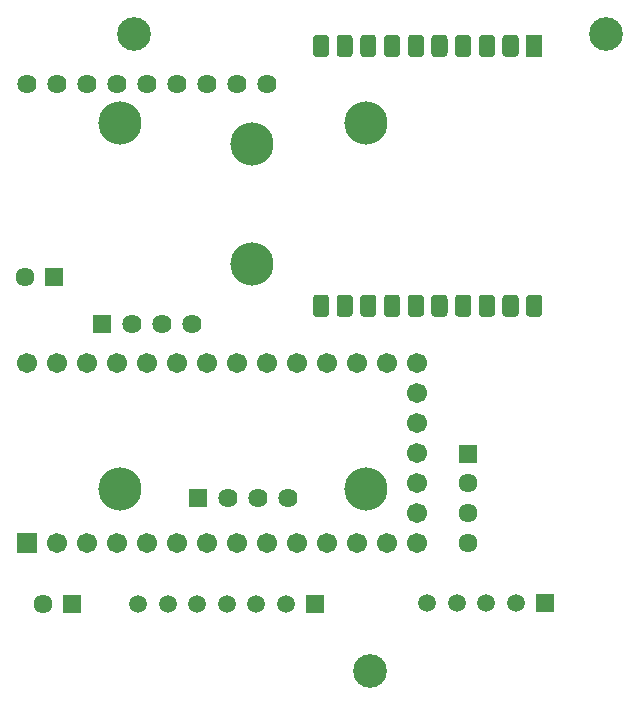
<source format=gbs>
G04 #@! TF.GenerationSoftware,KiCad,Pcbnew,(5.1.2)-2*
G04 #@! TF.CreationDate,2019-09-19T18:24:46+10:00*
G04 #@! TF.ProjectId,Smart_eNERF_Gun,536d6172-745f-4654-9e45-52465f47756e,4.5*
G04 #@! TF.SameCoordinates,Original*
G04 #@! TF.FileFunction,Soldermask,Bot*
G04 #@! TF.FilePolarity,Negative*
%FSLAX46Y46*%
G04 Gerber Fmt 4.6, Leading zero omitted, Abs format (unit mm)*
G04 Created by KiCad (PCBNEW (5.1.2)-2) date 2019-09-19 18:24:46*
%MOMM*%
%LPD*%
G04 APERTURE LIST*
%ADD10C,3.657600*%
%ADD11C,1.625600*%
%ADD12R,1.625600X1.625600*%
%ADD13C,1.609600*%
%ADD14R,1.609600X1.609600*%
%ADD15C,1.701600*%
%ADD16R,1.701600X1.701600*%
%ADD17C,1.509600*%
%ADD18R,1.509600X1.509600*%
%ADD19R,1.371600X1.879600*%
%ADD20C,0.100000*%
%ADD21C,1.371600*%
%ADD22C,2.855600*%
G04 APERTURE END LIST*
D10*
X81664000Y-75592000D03*
X60836000Y-75592000D03*
X81664000Y-106580000D03*
X60836000Y-106580000D03*
D11*
X75060000Y-107342000D03*
X72520000Y-107342000D03*
X69980000Y-107342000D03*
D12*
X67440000Y-107342000D03*
D13*
X52750000Y-88646000D03*
D14*
X55250000Y-88646000D03*
D15*
X85982000Y-103532000D03*
X85982000Y-100992000D03*
X85982000Y-98452000D03*
X85982000Y-95912000D03*
X85982000Y-106072000D03*
X85982000Y-108612000D03*
X85982000Y-111152000D03*
X83442000Y-95912000D03*
X80902000Y-95912000D03*
X78362000Y-95912000D03*
X75822000Y-95912000D03*
X73282000Y-95912000D03*
X70742000Y-95912000D03*
X68202000Y-95912000D03*
X65662000Y-95912000D03*
X63122000Y-95912000D03*
X60582000Y-95912000D03*
X58042000Y-95912000D03*
X55502000Y-95912000D03*
X52962000Y-95912000D03*
X83442000Y-111152000D03*
X80902000Y-111152000D03*
X78362000Y-111152000D03*
X75822000Y-111152000D03*
X73282000Y-111152000D03*
X70742000Y-111152000D03*
X68202000Y-111152000D03*
X65662000Y-111152000D03*
X63122000Y-111152000D03*
X60582000Y-111152000D03*
X58042000Y-111152000D03*
X55502000Y-111152000D03*
D16*
X52962000Y-111152000D03*
D17*
X62350000Y-116328000D03*
X64850000Y-116328000D03*
X67350000Y-116328000D03*
X69850000Y-116328000D03*
X72350000Y-116328000D03*
X74850000Y-116328000D03*
D18*
X77350000Y-116328000D03*
D19*
X95888000Y-69038800D03*
D20*
G36*
X94257910Y-68100651D02*
G01*
X94291196Y-68105589D01*
X94323839Y-68113765D01*
X94355522Y-68125102D01*
X94385942Y-68139489D01*
X94414805Y-68156789D01*
X94441833Y-68176835D01*
X94466767Y-68199433D01*
X94489365Y-68224367D01*
X94509411Y-68251395D01*
X94526711Y-68280258D01*
X94541098Y-68310678D01*
X94552435Y-68342361D01*
X94560611Y-68375004D01*
X94565549Y-68408290D01*
X94567200Y-68441900D01*
X94567200Y-69635700D01*
X94565549Y-69669310D01*
X94560611Y-69702596D01*
X94552435Y-69735239D01*
X94541098Y-69766922D01*
X94526711Y-69797342D01*
X94509411Y-69826205D01*
X94489365Y-69853233D01*
X94466767Y-69878167D01*
X94441833Y-69900765D01*
X94414805Y-69920811D01*
X94385942Y-69938111D01*
X94355522Y-69952498D01*
X94323839Y-69963835D01*
X94291196Y-69972011D01*
X94257910Y-69976949D01*
X94224300Y-69978600D01*
X93538500Y-69978600D01*
X93504890Y-69976949D01*
X93471604Y-69972011D01*
X93438961Y-69963835D01*
X93407278Y-69952498D01*
X93376858Y-69938111D01*
X93347995Y-69920811D01*
X93320967Y-69900765D01*
X93296033Y-69878167D01*
X93273435Y-69853233D01*
X93253389Y-69826205D01*
X93236089Y-69797342D01*
X93221702Y-69766922D01*
X93210365Y-69735239D01*
X93202189Y-69702596D01*
X93197251Y-69669310D01*
X93195600Y-69635700D01*
X93195600Y-68441900D01*
X93197251Y-68408290D01*
X93202189Y-68375004D01*
X93210365Y-68342361D01*
X93221702Y-68310678D01*
X93236089Y-68280258D01*
X93253389Y-68251395D01*
X93273435Y-68224367D01*
X93296033Y-68199433D01*
X93320967Y-68176835D01*
X93347995Y-68156789D01*
X93376858Y-68139489D01*
X93407278Y-68125102D01*
X93438961Y-68113765D01*
X93471604Y-68105589D01*
X93504890Y-68100651D01*
X93538500Y-68099000D01*
X94224300Y-68099000D01*
X94257910Y-68100651D01*
X94257910Y-68100651D01*
G37*
D21*
X93881400Y-69038800D03*
D20*
G36*
X92251310Y-68100651D02*
G01*
X92284596Y-68105589D01*
X92317239Y-68113765D01*
X92348922Y-68125102D01*
X92379342Y-68139489D01*
X92408205Y-68156789D01*
X92435233Y-68176835D01*
X92460167Y-68199433D01*
X92482765Y-68224367D01*
X92502811Y-68251395D01*
X92520111Y-68280258D01*
X92534498Y-68310678D01*
X92545835Y-68342361D01*
X92554011Y-68375004D01*
X92558949Y-68408290D01*
X92560600Y-68441900D01*
X92560600Y-69635700D01*
X92558949Y-69669310D01*
X92554011Y-69702596D01*
X92545835Y-69735239D01*
X92534498Y-69766922D01*
X92520111Y-69797342D01*
X92502811Y-69826205D01*
X92482765Y-69853233D01*
X92460167Y-69878167D01*
X92435233Y-69900765D01*
X92408205Y-69920811D01*
X92379342Y-69938111D01*
X92348922Y-69952498D01*
X92317239Y-69963835D01*
X92284596Y-69972011D01*
X92251310Y-69976949D01*
X92217700Y-69978600D01*
X91531900Y-69978600D01*
X91498290Y-69976949D01*
X91465004Y-69972011D01*
X91432361Y-69963835D01*
X91400678Y-69952498D01*
X91370258Y-69938111D01*
X91341395Y-69920811D01*
X91314367Y-69900765D01*
X91289433Y-69878167D01*
X91266835Y-69853233D01*
X91246789Y-69826205D01*
X91229489Y-69797342D01*
X91215102Y-69766922D01*
X91203765Y-69735239D01*
X91195589Y-69702596D01*
X91190651Y-69669310D01*
X91189000Y-69635700D01*
X91189000Y-68441900D01*
X91190651Y-68408290D01*
X91195589Y-68375004D01*
X91203765Y-68342361D01*
X91215102Y-68310678D01*
X91229489Y-68280258D01*
X91246789Y-68251395D01*
X91266835Y-68224367D01*
X91289433Y-68199433D01*
X91314367Y-68176835D01*
X91341395Y-68156789D01*
X91370258Y-68139489D01*
X91400678Y-68125102D01*
X91432361Y-68113765D01*
X91465004Y-68105589D01*
X91498290Y-68100651D01*
X91531900Y-68099000D01*
X92217700Y-68099000D01*
X92251310Y-68100651D01*
X92251310Y-68100651D01*
G37*
D21*
X91874800Y-69038800D03*
D20*
G36*
X90244710Y-68100651D02*
G01*
X90277996Y-68105589D01*
X90310639Y-68113765D01*
X90342322Y-68125102D01*
X90372742Y-68139489D01*
X90401605Y-68156789D01*
X90428633Y-68176835D01*
X90453567Y-68199433D01*
X90476165Y-68224367D01*
X90496211Y-68251395D01*
X90513511Y-68280258D01*
X90527898Y-68310678D01*
X90539235Y-68342361D01*
X90547411Y-68375004D01*
X90552349Y-68408290D01*
X90554000Y-68441900D01*
X90554000Y-69635700D01*
X90552349Y-69669310D01*
X90547411Y-69702596D01*
X90539235Y-69735239D01*
X90527898Y-69766922D01*
X90513511Y-69797342D01*
X90496211Y-69826205D01*
X90476165Y-69853233D01*
X90453567Y-69878167D01*
X90428633Y-69900765D01*
X90401605Y-69920811D01*
X90372742Y-69938111D01*
X90342322Y-69952498D01*
X90310639Y-69963835D01*
X90277996Y-69972011D01*
X90244710Y-69976949D01*
X90211100Y-69978600D01*
X89525300Y-69978600D01*
X89491690Y-69976949D01*
X89458404Y-69972011D01*
X89425761Y-69963835D01*
X89394078Y-69952498D01*
X89363658Y-69938111D01*
X89334795Y-69920811D01*
X89307767Y-69900765D01*
X89282833Y-69878167D01*
X89260235Y-69853233D01*
X89240189Y-69826205D01*
X89222889Y-69797342D01*
X89208502Y-69766922D01*
X89197165Y-69735239D01*
X89188989Y-69702596D01*
X89184051Y-69669310D01*
X89182400Y-69635700D01*
X89182400Y-68441900D01*
X89184051Y-68408290D01*
X89188989Y-68375004D01*
X89197165Y-68342361D01*
X89208502Y-68310678D01*
X89222889Y-68280258D01*
X89240189Y-68251395D01*
X89260235Y-68224367D01*
X89282833Y-68199433D01*
X89307767Y-68176835D01*
X89334795Y-68156789D01*
X89363658Y-68139489D01*
X89394078Y-68125102D01*
X89425761Y-68113765D01*
X89458404Y-68105589D01*
X89491690Y-68100651D01*
X89525300Y-68099000D01*
X90211100Y-68099000D01*
X90244710Y-68100651D01*
X90244710Y-68100651D01*
G37*
D21*
X89868200Y-69038800D03*
D20*
G36*
X88238110Y-68100651D02*
G01*
X88271396Y-68105589D01*
X88304039Y-68113765D01*
X88335722Y-68125102D01*
X88366142Y-68139489D01*
X88395005Y-68156789D01*
X88422033Y-68176835D01*
X88446967Y-68199433D01*
X88469565Y-68224367D01*
X88489611Y-68251395D01*
X88506911Y-68280258D01*
X88521298Y-68310678D01*
X88532635Y-68342361D01*
X88540811Y-68375004D01*
X88545749Y-68408290D01*
X88547400Y-68441900D01*
X88547400Y-69635700D01*
X88545749Y-69669310D01*
X88540811Y-69702596D01*
X88532635Y-69735239D01*
X88521298Y-69766922D01*
X88506911Y-69797342D01*
X88489611Y-69826205D01*
X88469565Y-69853233D01*
X88446967Y-69878167D01*
X88422033Y-69900765D01*
X88395005Y-69920811D01*
X88366142Y-69938111D01*
X88335722Y-69952498D01*
X88304039Y-69963835D01*
X88271396Y-69972011D01*
X88238110Y-69976949D01*
X88204500Y-69978600D01*
X87518700Y-69978600D01*
X87485090Y-69976949D01*
X87451804Y-69972011D01*
X87419161Y-69963835D01*
X87387478Y-69952498D01*
X87357058Y-69938111D01*
X87328195Y-69920811D01*
X87301167Y-69900765D01*
X87276233Y-69878167D01*
X87253635Y-69853233D01*
X87233589Y-69826205D01*
X87216289Y-69797342D01*
X87201902Y-69766922D01*
X87190565Y-69735239D01*
X87182389Y-69702596D01*
X87177451Y-69669310D01*
X87175800Y-69635700D01*
X87175800Y-68441900D01*
X87177451Y-68408290D01*
X87182389Y-68375004D01*
X87190565Y-68342361D01*
X87201902Y-68310678D01*
X87216289Y-68280258D01*
X87233589Y-68251395D01*
X87253635Y-68224367D01*
X87276233Y-68199433D01*
X87301167Y-68176835D01*
X87328195Y-68156789D01*
X87357058Y-68139489D01*
X87387478Y-68125102D01*
X87419161Y-68113765D01*
X87451804Y-68105589D01*
X87485090Y-68100651D01*
X87518700Y-68099000D01*
X88204500Y-68099000D01*
X88238110Y-68100651D01*
X88238110Y-68100651D01*
G37*
D21*
X87861600Y-69038800D03*
D20*
G36*
X86231510Y-68100651D02*
G01*
X86264796Y-68105589D01*
X86297439Y-68113765D01*
X86329122Y-68125102D01*
X86359542Y-68139489D01*
X86388405Y-68156789D01*
X86415433Y-68176835D01*
X86440367Y-68199433D01*
X86462965Y-68224367D01*
X86483011Y-68251395D01*
X86500311Y-68280258D01*
X86514698Y-68310678D01*
X86526035Y-68342361D01*
X86534211Y-68375004D01*
X86539149Y-68408290D01*
X86540800Y-68441900D01*
X86540800Y-69635700D01*
X86539149Y-69669310D01*
X86534211Y-69702596D01*
X86526035Y-69735239D01*
X86514698Y-69766922D01*
X86500311Y-69797342D01*
X86483011Y-69826205D01*
X86462965Y-69853233D01*
X86440367Y-69878167D01*
X86415433Y-69900765D01*
X86388405Y-69920811D01*
X86359542Y-69938111D01*
X86329122Y-69952498D01*
X86297439Y-69963835D01*
X86264796Y-69972011D01*
X86231510Y-69976949D01*
X86197900Y-69978600D01*
X85512100Y-69978600D01*
X85478490Y-69976949D01*
X85445204Y-69972011D01*
X85412561Y-69963835D01*
X85380878Y-69952498D01*
X85350458Y-69938111D01*
X85321595Y-69920811D01*
X85294567Y-69900765D01*
X85269633Y-69878167D01*
X85247035Y-69853233D01*
X85226989Y-69826205D01*
X85209689Y-69797342D01*
X85195302Y-69766922D01*
X85183965Y-69735239D01*
X85175789Y-69702596D01*
X85170851Y-69669310D01*
X85169200Y-69635700D01*
X85169200Y-68441900D01*
X85170851Y-68408290D01*
X85175789Y-68375004D01*
X85183965Y-68342361D01*
X85195302Y-68310678D01*
X85209689Y-68280258D01*
X85226989Y-68251395D01*
X85247035Y-68224367D01*
X85269633Y-68199433D01*
X85294567Y-68176835D01*
X85321595Y-68156789D01*
X85350458Y-68139489D01*
X85380878Y-68125102D01*
X85412561Y-68113765D01*
X85445204Y-68105589D01*
X85478490Y-68100651D01*
X85512100Y-68099000D01*
X86197900Y-68099000D01*
X86231510Y-68100651D01*
X86231510Y-68100651D01*
G37*
D21*
X85855000Y-69038800D03*
D20*
G36*
X84224910Y-68100651D02*
G01*
X84258196Y-68105589D01*
X84290839Y-68113765D01*
X84322522Y-68125102D01*
X84352942Y-68139489D01*
X84381805Y-68156789D01*
X84408833Y-68176835D01*
X84433767Y-68199433D01*
X84456365Y-68224367D01*
X84476411Y-68251395D01*
X84493711Y-68280258D01*
X84508098Y-68310678D01*
X84519435Y-68342361D01*
X84527611Y-68375004D01*
X84532549Y-68408290D01*
X84534200Y-68441900D01*
X84534200Y-69635700D01*
X84532549Y-69669310D01*
X84527611Y-69702596D01*
X84519435Y-69735239D01*
X84508098Y-69766922D01*
X84493711Y-69797342D01*
X84476411Y-69826205D01*
X84456365Y-69853233D01*
X84433767Y-69878167D01*
X84408833Y-69900765D01*
X84381805Y-69920811D01*
X84352942Y-69938111D01*
X84322522Y-69952498D01*
X84290839Y-69963835D01*
X84258196Y-69972011D01*
X84224910Y-69976949D01*
X84191300Y-69978600D01*
X83505500Y-69978600D01*
X83471890Y-69976949D01*
X83438604Y-69972011D01*
X83405961Y-69963835D01*
X83374278Y-69952498D01*
X83343858Y-69938111D01*
X83314995Y-69920811D01*
X83287967Y-69900765D01*
X83263033Y-69878167D01*
X83240435Y-69853233D01*
X83220389Y-69826205D01*
X83203089Y-69797342D01*
X83188702Y-69766922D01*
X83177365Y-69735239D01*
X83169189Y-69702596D01*
X83164251Y-69669310D01*
X83162600Y-69635700D01*
X83162600Y-68441900D01*
X83164251Y-68408290D01*
X83169189Y-68375004D01*
X83177365Y-68342361D01*
X83188702Y-68310678D01*
X83203089Y-68280258D01*
X83220389Y-68251395D01*
X83240435Y-68224367D01*
X83263033Y-68199433D01*
X83287967Y-68176835D01*
X83314995Y-68156789D01*
X83343858Y-68139489D01*
X83374278Y-68125102D01*
X83405961Y-68113765D01*
X83438604Y-68105589D01*
X83471890Y-68100651D01*
X83505500Y-68099000D01*
X84191300Y-68099000D01*
X84224910Y-68100651D01*
X84224910Y-68100651D01*
G37*
D21*
X83848400Y-69038800D03*
D20*
G36*
X82218310Y-68100651D02*
G01*
X82251596Y-68105589D01*
X82284239Y-68113765D01*
X82315922Y-68125102D01*
X82346342Y-68139489D01*
X82375205Y-68156789D01*
X82402233Y-68176835D01*
X82427167Y-68199433D01*
X82449765Y-68224367D01*
X82469811Y-68251395D01*
X82487111Y-68280258D01*
X82501498Y-68310678D01*
X82512835Y-68342361D01*
X82521011Y-68375004D01*
X82525949Y-68408290D01*
X82527600Y-68441900D01*
X82527600Y-69635700D01*
X82525949Y-69669310D01*
X82521011Y-69702596D01*
X82512835Y-69735239D01*
X82501498Y-69766922D01*
X82487111Y-69797342D01*
X82469811Y-69826205D01*
X82449765Y-69853233D01*
X82427167Y-69878167D01*
X82402233Y-69900765D01*
X82375205Y-69920811D01*
X82346342Y-69938111D01*
X82315922Y-69952498D01*
X82284239Y-69963835D01*
X82251596Y-69972011D01*
X82218310Y-69976949D01*
X82184700Y-69978600D01*
X81498900Y-69978600D01*
X81465290Y-69976949D01*
X81432004Y-69972011D01*
X81399361Y-69963835D01*
X81367678Y-69952498D01*
X81337258Y-69938111D01*
X81308395Y-69920811D01*
X81281367Y-69900765D01*
X81256433Y-69878167D01*
X81233835Y-69853233D01*
X81213789Y-69826205D01*
X81196489Y-69797342D01*
X81182102Y-69766922D01*
X81170765Y-69735239D01*
X81162589Y-69702596D01*
X81157651Y-69669310D01*
X81156000Y-69635700D01*
X81156000Y-68441900D01*
X81157651Y-68408290D01*
X81162589Y-68375004D01*
X81170765Y-68342361D01*
X81182102Y-68310678D01*
X81196489Y-68280258D01*
X81213789Y-68251395D01*
X81233835Y-68224367D01*
X81256433Y-68199433D01*
X81281367Y-68176835D01*
X81308395Y-68156789D01*
X81337258Y-68139489D01*
X81367678Y-68125102D01*
X81399361Y-68113765D01*
X81432004Y-68105589D01*
X81465290Y-68100651D01*
X81498900Y-68099000D01*
X82184700Y-68099000D01*
X82218310Y-68100651D01*
X82218310Y-68100651D01*
G37*
D21*
X81841800Y-69038800D03*
D20*
G36*
X80211710Y-68100651D02*
G01*
X80244996Y-68105589D01*
X80277639Y-68113765D01*
X80309322Y-68125102D01*
X80339742Y-68139489D01*
X80368605Y-68156789D01*
X80395633Y-68176835D01*
X80420567Y-68199433D01*
X80443165Y-68224367D01*
X80463211Y-68251395D01*
X80480511Y-68280258D01*
X80494898Y-68310678D01*
X80506235Y-68342361D01*
X80514411Y-68375004D01*
X80519349Y-68408290D01*
X80521000Y-68441900D01*
X80521000Y-69635700D01*
X80519349Y-69669310D01*
X80514411Y-69702596D01*
X80506235Y-69735239D01*
X80494898Y-69766922D01*
X80480511Y-69797342D01*
X80463211Y-69826205D01*
X80443165Y-69853233D01*
X80420567Y-69878167D01*
X80395633Y-69900765D01*
X80368605Y-69920811D01*
X80339742Y-69938111D01*
X80309322Y-69952498D01*
X80277639Y-69963835D01*
X80244996Y-69972011D01*
X80211710Y-69976949D01*
X80178100Y-69978600D01*
X79492300Y-69978600D01*
X79458690Y-69976949D01*
X79425404Y-69972011D01*
X79392761Y-69963835D01*
X79361078Y-69952498D01*
X79330658Y-69938111D01*
X79301795Y-69920811D01*
X79274767Y-69900765D01*
X79249833Y-69878167D01*
X79227235Y-69853233D01*
X79207189Y-69826205D01*
X79189889Y-69797342D01*
X79175502Y-69766922D01*
X79164165Y-69735239D01*
X79155989Y-69702596D01*
X79151051Y-69669310D01*
X79149400Y-69635700D01*
X79149400Y-68441900D01*
X79151051Y-68408290D01*
X79155989Y-68375004D01*
X79164165Y-68342361D01*
X79175502Y-68310678D01*
X79189889Y-68280258D01*
X79207189Y-68251395D01*
X79227235Y-68224367D01*
X79249833Y-68199433D01*
X79274767Y-68176835D01*
X79301795Y-68156789D01*
X79330658Y-68139489D01*
X79361078Y-68125102D01*
X79392761Y-68113765D01*
X79425404Y-68105589D01*
X79458690Y-68100651D01*
X79492300Y-68099000D01*
X80178100Y-68099000D01*
X80211710Y-68100651D01*
X80211710Y-68100651D01*
G37*
D21*
X79835200Y-69038800D03*
D20*
G36*
X78205110Y-68100651D02*
G01*
X78238396Y-68105589D01*
X78271039Y-68113765D01*
X78302722Y-68125102D01*
X78333142Y-68139489D01*
X78362005Y-68156789D01*
X78389033Y-68176835D01*
X78413967Y-68199433D01*
X78436565Y-68224367D01*
X78456611Y-68251395D01*
X78473911Y-68280258D01*
X78488298Y-68310678D01*
X78499635Y-68342361D01*
X78507811Y-68375004D01*
X78512749Y-68408290D01*
X78514400Y-68441900D01*
X78514400Y-69635700D01*
X78512749Y-69669310D01*
X78507811Y-69702596D01*
X78499635Y-69735239D01*
X78488298Y-69766922D01*
X78473911Y-69797342D01*
X78456611Y-69826205D01*
X78436565Y-69853233D01*
X78413967Y-69878167D01*
X78389033Y-69900765D01*
X78362005Y-69920811D01*
X78333142Y-69938111D01*
X78302722Y-69952498D01*
X78271039Y-69963835D01*
X78238396Y-69972011D01*
X78205110Y-69976949D01*
X78171500Y-69978600D01*
X77485700Y-69978600D01*
X77452090Y-69976949D01*
X77418804Y-69972011D01*
X77386161Y-69963835D01*
X77354478Y-69952498D01*
X77324058Y-69938111D01*
X77295195Y-69920811D01*
X77268167Y-69900765D01*
X77243233Y-69878167D01*
X77220635Y-69853233D01*
X77200589Y-69826205D01*
X77183289Y-69797342D01*
X77168902Y-69766922D01*
X77157565Y-69735239D01*
X77149389Y-69702596D01*
X77144451Y-69669310D01*
X77142800Y-69635700D01*
X77142800Y-68441900D01*
X77144451Y-68408290D01*
X77149389Y-68375004D01*
X77157565Y-68342361D01*
X77168902Y-68310678D01*
X77183289Y-68280258D01*
X77200589Y-68251395D01*
X77220635Y-68224367D01*
X77243233Y-68199433D01*
X77268167Y-68176835D01*
X77295195Y-68156789D01*
X77324058Y-68139489D01*
X77354478Y-68125102D01*
X77386161Y-68113765D01*
X77418804Y-68105589D01*
X77452090Y-68100651D01*
X77485700Y-68099000D01*
X78171500Y-68099000D01*
X78205110Y-68100651D01*
X78205110Y-68100651D01*
G37*
D21*
X77828600Y-69038800D03*
D20*
G36*
X78205110Y-90097051D02*
G01*
X78238396Y-90101989D01*
X78271039Y-90110165D01*
X78302722Y-90121502D01*
X78333142Y-90135889D01*
X78362005Y-90153189D01*
X78389033Y-90173235D01*
X78413967Y-90195833D01*
X78436565Y-90220767D01*
X78456611Y-90247795D01*
X78473911Y-90276658D01*
X78488298Y-90307078D01*
X78499635Y-90338761D01*
X78507811Y-90371404D01*
X78512749Y-90404690D01*
X78514400Y-90438300D01*
X78514400Y-91632100D01*
X78512749Y-91665710D01*
X78507811Y-91698996D01*
X78499635Y-91731639D01*
X78488298Y-91763322D01*
X78473911Y-91793742D01*
X78456611Y-91822605D01*
X78436565Y-91849633D01*
X78413967Y-91874567D01*
X78389033Y-91897165D01*
X78362005Y-91917211D01*
X78333142Y-91934511D01*
X78302722Y-91948898D01*
X78271039Y-91960235D01*
X78238396Y-91968411D01*
X78205110Y-91973349D01*
X78171500Y-91975000D01*
X77485700Y-91975000D01*
X77452090Y-91973349D01*
X77418804Y-91968411D01*
X77386161Y-91960235D01*
X77354478Y-91948898D01*
X77324058Y-91934511D01*
X77295195Y-91917211D01*
X77268167Y-91897165D01*
X77243233Y-91874567D01*
X77220635Y-91849633D01*
X77200589Y-91822605D01*
X77183289Y-91793742D01*
X77168902Y-91763322D01*
X77157565Y-91731639D01*
X77149389Y-91698996D01*
X77144451Y-91665710D01*
X77142800Y-91632100D01*
X77142800Y-90438300D01*
X77144451Y-90404690D01*
X77149389Y-90371404D01*
X77157565Y-90338761D01*
X77168902Y-90307078D01*
X77183289Y-90276658D01*
X77200589Y-90247795D01*
X77220635Y-90220767D01*
X77243233Y-90195833D01*
X77268167Y-90173235D01*
X77295195Y-90153189D01*
X77324058Y-90135889D01*
X77354478Y-90121502D01*
X77386161Y-90110165D01*
X77418804Y-90101989D01*
X77452090Y-90097051D01*
X77485700Y-90095400D01*
X78171500Y-90095400D01*
X78205110Y-90097051D01*
X78205110Y-90097051D01*
G37*
D21*
X77828600Y-91035200D03*
D20*
G36*
X80211710Y-90097051D02*
G01*
X80244996Y-90101989D01*
X80277639Y-90110165D01*
X80309322Y-90121502D01*
X80339742Y-90135889D01*
X80368605Y-90153189D01*
X80395633Y-90173235D01*
X80420567Y-90195833D01*
X80443165Y-90220767D01*
X80463211Y-90247795D01*
X80480511Y-90276658D01*
X80494898Y-90307078D01*
X80506235Y-90338761D01*
X80514411Y-90371404D01*
X80519349Y-90404690D01*
X80521000Y-90438300D01*
X80521000Y-91632100D01*
X80519349Y-91665710D01*
X80514411Y-91698996D01*
X80506235Y-91731639D01*
X80494898Y-91763322D01*
X80480511Y-91793742D01*
X80463211Y-91822605D01*
X80443165Y-91849633D01*
X80420567Y-91874567D01*
X80395633Y-91897165D01*
X80368605Y-91917211D01*
X80339742Y-91934511D01*
X80309322Y-91948898D01*
X80277639Y-91960235D01*
X80244996Y-91968411D01*
X80211710Y-91973349D01*
X80178100Y-91975000D01*
X79492300Y-91975000D01*
X79458690Y-91973349D01*
X79425404Y-91968411D01*
X79392761Y-91960235D01*
X79361078Y-91948898D01*
X79330658Y-91934511D01*
X79301795Y-91917211D01*
X79274767Y-91897165D01*
X79249833Y-91874567D01*
X79227235Y-91849633D01*
X79207189Y-91822605D01*
X79189889Y-91793742D01*
X79175502Y-91763322D01*
X79164165Y-91731639D01*
X79155989Y-91698996D01*
X79151051Y-91665710D01*
X79149400Y-91632100D01*
X79149400Y-90438300D01*
X79151051Y-90404690D01*
X79155989Y-90371404D01*
X79164165Y-90338761D01*
X79175502Y-90307078D01*
X79189889Y-90276658D01*
X79207189Y-90247795D01*
X79227235Y-90220767D01*
X79249833Y-90195833D01*
X79274767Y-90173235D01*
X79301795Y-90153189D01*
X79330658Y-90135889D01*
X79361078Y-90121502D01*
X79392761Y-90110165D01*
X79425404Y-90101989D01*
X79458690Y-90097051D01*
X79492300Y-90095400D01*
X80178100Y-90095400D01*
X80211710Y-90097051D01*
X80211710Y-90097051D01*
G37*
D21*
X79835200Y-91035200D03*
D20*
G36*
X82218310Y-90097051D02*
G01*
X82251596Y-90101989D01*
X82284239Y-90110165D01*
X82315922Y-90121502D01*
X82346342Y-90135889D01*
X82375205Y-90153189D01*
X82402233Y-90173235D01*
X82427167Y-90195833D01*
X82449765Y-90220767D01*
X82469811Y-90247795D01*
X82487111Y-90276658D01*
X82501498Y-90307078D01*
X82512835Y-90338761D01*
X82521011Y-90371404D01*
X82525949Y-90404690D01*
X82527600Y-90438300D01*
X82527600Y-91632100D01*
X82525949Y-91665710D01*
X82521011Y-91698996D01*
X82512835Y-91731639D01*
X82501498Y-91763322D01*
X82487111Y-91793742D01*
X82469811Y-91822605D01*
X82449765Y-91849633D01*
X82427167Y-91874567D01*
X82402233Y-91897165D01*
X82375205Y-91917211D01*
X82346342Y-91934511D01*
X82315922Y-91948898D01*
X82284239Y-91960235D01*
X82251596Y-91968411D01*
X82218310Y-91973349D01*
X82184700Y-91975000D01*
X81498900Y-91975000D01*
X81465290Y-91973349D01*
X81432004Y-91968411D01*
X81399361Y-91960235D01*
X81367678Y-91948898D01*
X81337258Y-91934511D01*
X81308395Y-91917211D01*
X81281367Y-91897165D01*
X81256433Y-91874567D01*
X81233835Y-91849633D01*
X81213789Y-91822605D01*
X81196489Y-91793742D01*
X81182102Y-91763322D01*
X81170765Y-91731639D01*
X81162589Y-91698996D01*
X81157651Y-91665710D01*
X81156000Y-91632100D01*
X81156000Y-90438300D01*
X81157651Y-90404690D01*
X81162589Y-90371404D01*
X81170765Y-90338761D01*
X81182102Y-90307078D01*
X81196489Y-90276658D01*
X81213789Y-90247795D01*
X81233835Y-90220767D01*
X81256433Y-90195833D01*
X81281367Y-90173235D01*
X81308395Y-90153189D01*
X81337258Y-90135889D01*
X81367678Y-90121502D01*
X81399361Y-90110165D01*
X81432004Y-90101989D01*
X81465290Y-90097051D01*
X81498900Y-90095400D01*
X82184700Y-90095400D01*
X82218310Y-90097051D01*
X82218310Y-90097051D01*
G37*
D21*
X81841800Y-91035200D03*
D20*
G36*
X84224910Y-90097051D02*
G01*
X84258196Y-90101989D01*
X84290839Y-90110165D01*
X84322522Y-90121502D01*
X84352942Y-90135889D01*
X84381805Y-90153189D01*
X84408833Y-90173235D01*
X84433767Y-90195833D01*
X84456365Y-90220767D01*
X84476411Y-90247795D01*
X84493711Y-90276658D01*
X84508098Y-90307078D01*
X84519435Y-90338761D01*
X84527611Y-90371404D01*
X84532549Y-90404690D01*
X84534200Y-90438300D01*
X84534200Y-91632100D01*
X84532549Y-91665710D01*
X84527611Y-91698996D01*
X84519435Y-91731639D01*
X84508098Y-91763322D01*
X84493711Y-91793742D01*
X84476411Y-91822605D01*
X84456365Y-91849633D01*
X84433767Y-91874567D01*
X84408833Y-91897165D01*
X84381805Y-91917211D01*
X84352942Y-91934511D01*
X84322522Y-91948898D01*
X84290839Y-91960235D01*
X84258196Y-91968411D01*
X84224910Y-91973349D01*
X84191300Y-91975000D01*
X83505500Y-91975000D01*
X83471890Y-91973349D01*
X83438604Y-91968411D01*
X83405961Y-91960235D01*
X83374278Y-91948898D01*
X83343858Y-91934511D01*
X83314995Y-91917211D01*
X83287967Y-91897165D01*
X83263033Y-91874567D01*
X83240435Y-91849633D01*
X83220389Y-91822605D01*
X83203089Y-91793742D01*
X83188702Y-91763322D01*
X83177365Y-91731639D01*
X83169189Y-91698996D01*
X83164251Y-91665710D01*
X83162600Y-91632100D01*
X83162600Y-90438300D01*
X83164251Y-90404690D01*
X83169189Y-90371404D01*
X83177365Y-90338761D01*
X83188702Y-90307078D01*
X83203089Y-90276658D01*
X83220389Y-90247795D01*
X83240435Y-90220767D01*
X83263033Y-90195833D01*
X83287967Y-90173235D01*
X83314995Y-90153189D01*
X83343858Y-90135889D01*
X83374278Y-90121502D01*
X83405961Y-90110165D01*
X83438604Y-90101989D01*
X83471890Y-90097051D01*
X83505500Y-90095400D01*
X84191300Y-90095400D01*
X84224910Y-90097051D01*
X84224910Y-90097051D01*
G37*
D21*
X83848400Y-91035200D03*
D20*
G36*
X86231510Y-90097051D02*
G01*
X86264796Y-90101989D01*
X86297439Y-90110165D01*
X86329122Y-90121502D01*
X86359542Y-90135889D01*
X86388405Y-90153189D01*
X86415433Y-90173235D01*
X86440367Y-90195833D01*
X86462965Y-90220767D01*
X86483011Y-90247795D01*
X86500311Y-90276658D01*
X86514698Y-90307078D01*
X86526035Y-90338761D01*
X86534211Y-90371404D01*
X86539149Y-90404690D01*
X86540800Y-90438300D01*
X86540800Y-91632100D01*
X86539149Y-91665710D01*
X86534211Y-91698996D01*
X86526035Y-91731639D01*
X86514698Y-91763322D01*
X86500311Y-91793742D01*
X86483011Y-91822605D01*
X86462965Y-91849633D01*
X86440367Y-91874567D01*
X86415433Y-91897165D01*
X86388405Y-91917211D01*
X86359542Y-91934511D01*
X86329122Y-91948898D01*
X86297439Y-91960235D01*
X86264796Y-91968411D01*
X86231510Y-91973349D01*
X86197900Y-91975000D01*
X85512100Y-91975000D01*
X85478490Y-91973349D01*
X85445204Y-91968411D01*
X85412561Y-91960235D01*
X85380878Y-91948898D01*
X85350458Y-91934511D01*
X85321595Y-91917211D01*
X85294567Y-91897165D01*
X85269633Y-91874567D01*
X85247035Y-91849633D01*
X85226989Y-91822605D01*
X85209689Y-91793742D01*
X85195302Y-91763322D01*
X85183965Y-91731639D01*
X85175789Y-91698996D01*
X85170851Y-91665710D01*
X85169200Y-91632100D01*
X85169200Y-90438300D01*
X85170851Y-90404690D01*
X85175789Y-90371404D01*
X85183965Y-90338761D01*
X85195302Y-90307078D01*
X85209689Y-90276658D01*
X85226989Y-90247795D01*
X85247035Y-90220767D01*
X85269633Y-90195833D01*
X85294567Y-90173235D01*
X85321595Y-90153189D01*
X85350458Y-90135889D01*
X85380878Y-90121502D01*
X85412561Y-90110165D01*
X85445204Y-90101989D01*
X85478490Y-90097051D01*
X85512100Y-90095400D01*
X86197900Y-90095400D01*
X86231510Y-90097051D01*
X86231510Y-90097051D01*
G37*
D21*
X85855000Y-91035200D03*
D20*
G36*
X88238110Y-90097051D02*
G01*
X88271396Y-90101989D01*
X88304039Y-90110165D01*
X88335722Y-90121502D01*
X88366142Y-90135889D01*
X88395005Y-90153189D01*
X88422033Y-90173235D01*
X88446967Y-90195833D01*
X88469565Y-90220767D01*
X88489611Y-90247795D01*
X88506911Y-90276658D01*
X88521298Y-90307078D01*
X88532635Y-90338761D01*
X88540811Y-90371404D01*
X88545749Y-90404690D01*
X88547400Y-90438300D01*
X88547400Y-91632100D01*
X88545749Y-91665710D01*
X88540811Y-91698996D01*
X88532635Y-91731639D01*
X88521298Y-91763322D01*
X88506911Y-91793742D01*
X88489611Y-91822605D01*
X88469565Y-91849633D01*
X88446967Y-91874567D01*
X88422033Y-91897165D01*
X88395005Y-91917211D01*
X88366142Y-91934511D01*
X88335722Y-91948898D01*
X88304039Y-91960235D01*
X88271396Y-91968411D01*
X88238110Y-91973349D01*
X88204500Y-91975000D01*
X87518700Y-91975000D01*
X87485090Y-91973349D01*
X87451804Y-91968411D01*
X87419161Y-91960235D01*
X87387478Y-91948898D01*
X87357058Y-91934511D01*
X87328195Y-91917211D01*
X87301167Y-91897165D01*
X87276233Y-91874567D01*
X87253635Y-91849633D01*
X87233589Y-91822605D01*
X87216289Y-91793742D01*
X87201902Y-91763322D01*
X87190565Y-91731639D01*
X87182389Y-91698996D01*
X87177451Y-91665710D01*
X87175800Y-91632100D01*
X87175800Y-90438300D01*
X87177451Y-90404690D01*
X87182389Y-90371404D01*
X87190565Y-90338761D01*
X87201902Y-90307078D01*
X87216289Y-90276658D01*
X87233589Y-90247795D01*
X87253635Y-90220767D01*
X87276233Y-90195833D01*
X87301167Y-90173235D01*
X87328195Y-90153189D01*
X87357058Y-90135889D01*
X87387478Y-90121502D01*
X87419161Y-90110165D01*
X87451804Y-90101989D01*
X87485090Y-90097051D01*
X87518700Y-90095400D01*
X88204500Y-90095400D01*
X88238110Y-90097051D01*
X88238110Y-90097051D01*
G37*
D21*
X87861600Y-91035200D03*
D20*
G36*
X90244710Y-90097051D02*
G01*
X90277996Y-90101989D01*
X90310639Y-90110165D01*
X90342322Y-90121502D01*
X90372742Y-90135889D01*
X90401605Y-90153189D01*
X90428633Y-90173235D01*
X90453567Y-90195833D01*
X90476165Y-90220767D01*
X90496211Y-90247795D01*
X90513511Y-90276658D01*
X90527898Y-90307078D01*
X90539235Y-90338761D01*
X90547411Y-90371404D01*
X90552349Y-90404690D01*
X90554000Y-90438300D01*
X90554000Y-91632100D01*
X90552349Y-91665710D01*
X90547411Y-91698996D01*
X90539235Y-91731639D01*
X90527898Y-91763322D01*
X90513511Y-91793742D01*
X90496211Y-91822605D01*
X90476165Y-91849633D01*
X90453567Y-91874567D01*
X90428633Y-91897165D01*
X90401605Y-91917211D01*
X90372742Y-91934511D01*
X90342322Y-91948898D01*
X90310639Y-91960235D01*
X90277996Y-91968411D01*
X90244710Y-91973349D01*
X90211100Y-91975000D01*
X89525300Y-91975000D01*
X89491690Y-91973349D01*
X89458404Y-91968411D01*
X89425761Y-91960235D01*
X89394078Y-91948898D01*
X89363658Y-91934511D01*
X89334795Y-91917211D01*
X89307767Y-91897165D01*
X89282833Y-91874567D01*
X89260235Y-91849633D01*
X89240189Y-91822605D01*
X89222889Y-91793742D01*
X89208502Y-91763322D01*
X89197165Y-91731639D01*
X89188989Y-91698996D01*
X89184051Y-91665710D01*
X89182400Y-91632100D01*
X89182400Y-90438300D01*
X89184051Y-90404690D01*
X89188989Y-90371404D01*
X89197165Y-90338761D01*
X89208502Y-90307078D01*
X89222889Y-90276658D01*
X89240189Y-90247795D01*
X89260235Y-90220767D01*
X89282833Y-90195833D01*
X89307767Y-90173235D01*
X89334795Y-90153189D01*
X89363658Y-90135889D01*
X89394078Y-90121502D01*
X89425761Y-90110165D01*
X89458404Y-90101989D01*
X89491690Y-90097051D01*
X89525300Y-90095400D01*
X90211100Y-90095400D01*
X90244710Y-90097051D01*
X90244710Y-90097051D01*
G37*
D21*
X89868200Y-91035200D03*
D20*
G36*
X92251310Y-90097051D02*
G01*
X92284596Y-90101989D01*
X92317239Y-90110165D01*
X92348922Y-90121502D01*
X92379342Y-90135889D01*
X92408205Y-90153189D01*
X92435233Y-90173235D01*
X92460167Y-90195833D01*
X92482765Y-90220767D01*
X92502811Y-90247795D01*
X92520111Y-90276658D01*
X92534498Y-90307078D01*
X92545835Y-90338761D01*
X92554011Y-90371404D01*
X92558949Y-90404690D01*
X92560600Y-90438300D01*
X92560600Y-91632100D01*
X92558949Y-91665710D01*
X92554011Y-91698996D01*
X92545835Y-91731639D01*
X92534498Y-91763322D01*
X92520111Y-91793742D01*
X92502811Y-91822605D01*
X92482765Y-91849633D01*
X92460167Y-91874567D01*
X92435233Y-91897165D01*
X92408205Y-91917211D01*
X92379342Y-91934511D01*
X92348922Y-91948898D01*
X92317239Y-91960235D01*
X92284596Y-91968411D01*
X92251310Y-91973349D01*
X92217700Y-91975000D01*
X91531900Y-91975000D01*
X91498290Y-91973349D01*
X91465004Y-91968411D01*
X91432361Y-91960235D01*
X91400678Y-91948898D01*
X91370258Y-91934511D01*
X91341395Y-91917211D01*
X91314367Y-91897165D01*
X91289433Y-91874567D01*
X91266835Y-91849633D01*
X91246789Y-91822605D01*
X91229489Y-91793742D01*
X91215102Y-91763322D01*
X91203765Y-91731639D01*
X91195589Y-91698996D01*
X91190651Y-91665710D01*
X91189000Y-91632100D01*
X91189000Y-90438300D01*
X91190651Y-90404690D01*
X91195589Y-90371404D01*
X91203765Y-90338761D01*
X91215102Y-90307078D01*
X91229489Y-90276658D01*
X91246789Y-90247795D01*
X91266835Y-90220767D01*
X91289433Y-90195833D01*
X91314367Y-90173235D01*
X91341395Y-90153189D01*
X91370258Y-90135889D01*
X91400678Y-90121502D01*
X91432361Y-90110165D01*
X91465004Y-90101989D01*
X91498290Y-90097051D01*
X91531900Y-90095400D01*
X92217700Y-90095400D01*
X92251310Y-90097051D01*
X92251310Y-90097051D01*
G37*
D21*
X91874800Y-91035200D03*
D20*
G36*
X94257910Y-90097051D02*
G01*
X94291196Y-90101989D01*
X94323839Y-90110165D01*
X94355522Y-90121502D01*
X94385942Y-90135889D01*
X94414805Y-90153189D01*
X94441833Y-90173235D01*
X94466767Y-90195833D01*
X94489365Y-90220767D01*
X94509411Y-90247795D01*
X94526711Y-90276658D01*
X94541098Y-90307078D01*
X94552435Y-90338761D01*
X94560611Y-90371404D01*
X94565549Y-90404690D01*
X94567200Y-90438300D01*
X94567200Y-91632100D01*
X94565549Y-91665710D01*
X94560611Y-91698996D01*
X94552435Y-91731639D01*
X94541098Y-91763322D01*
X94526711Y-91793742D01*
X94509411Y-91822605D01*
X94489365Y-91849633D01*
X94466767Y-91874567D01*
X94441833Y-91897165D01*
X94414805Y-91917211D01*
X94385942Y-91934511D01*
X94355522Y-91948898D01*
X94323839Y-91960235D01*
X94291196Y-91968411D01*
X94257910Y-91973349D01*
X94224300Y-91975000D01*
X93538500Y-91975000D01*
X93504890Y-91973349D01*
X93471604Y-91968411D01*
X93438961Y-91960235D01*
X93407278Y-91948898D01*
X93376858Y-91934511D01*
X93347995Y-91917211D01*
X93320967Y-91897165D01*
X93296033Y-91874567D01*
X93273435Y-91849633D01*
X93253389Y-91822605D01*
X93236089Y-91793742D01*
X93221702Y-91763322D01*
X93210365Y-91731639D01*
X93202189Y-91698996D01*
X93197251Y-91665710D01*
X93195600Y-91632100D01*
X93195600Y-90438300D01*
X93197251Y-90404690D01*
X93202189Y-90371404D01*
X93210365Y-90338761D01*
X93221702Y-90307078D01*
X93236089Y-90276658D01*
X93253389Y-90247795D01*
X93273435Y-90220767D01*
X93296033Y-90195833D01*
X93320967Y-90173235D01*
X93347995Y-90153189D01*
X93376858Y-90135889D01*
X93407278Y-90121502D01*
X93438961Y-90110165D01*
X93471604Y-90101989D01*
X93504890Y-90097051D01*
X93538500Y-90095400D01*
X94224300Y-90095400D01*
X94257910Y-90097051D01*
X94257910Y-90097051D01*
G37*
D21*
X93881400Y-91035200D03*
D20*
G36*
X96264510Y-90097051D02*
G01*
X96297796Y-90101989D01*
X96330439Y-90110165D01*
X96362122Y-90121502D01*
X96392542Y-90135889D01*
X96421405Y-90153189D01*
X96448433Y-90173235D01*
X96473367Y-90195833D01*
X96495965Y-90220767D01*
X96516011Y-90247795D01*
X96533311Y-90276658D01*
X96547698Y-90307078D01*
X96559035Y-90338761D01*
X96567211Y-90371404D01*
X96572149Y-90404690D01*
X96573800Y-90438300D01*
X96573800Y-91632100D01*
X96572149Y-91665710D01*
X96567211Y-91698996D01*
X96559035Y-91731639D01*
X96547698Y-91763322D01*
X96533311Y-91793742D01*
X96516011Y-91822605D01*
X96495965Y-91849633D01*
X96473367Y-91874567D01*
X96448433Y-91897165D01*
X96421405Y-91917211D01*
X96392542Y-91934511D01*
X96362122Y-91948898D01*
X96330439Y-91960235D01*
X96297796Y-91968411D01*
X96264510Y-91973349D01*
X96230900Y-91975000D01*
X95545100Y-91975000D01*
X95511490Y-91973349D01*
X95478204Y-91968411D01*
X95445561Y-91960235D01*
X95413878Y-91948898D01*
X95383458Y-91934511D01*
X95354595Y-91917211D01*
X95327567Y-91897165D01*
X95302633Y-91874567D01*
X95280035Y-91849633D01*
X95259989Y-91822605D01*
X95242689Y-91793742D01*
X95228302Y-91763322D01*
X95216965Y-91731639D01*
X95208789Y-91698996D01*
X95203851Y-91665710D01*
X95202200Y-91632100D01*
X95202200Y-90438300D01*
X95203851Y-90404690D01*
X95208789Y-90371404D01*
X95216965Y-90338761D01*
X95228302Y-90307078D01*
X95242689Y-90276658D01*
X95259989Y-90247795D01*
X95280035Y-90220767D01*
X95302633Y-90195833D01*
X95327567Y-90173235D01*
X95354595Y-90153189D01*
X95383458Y-90135889D01*
X95413878Y-90121502D01*
X95445561Y-90110165D01*
X95478204Y-90101989D01*
X95511490Y-90097051D01*
X95545100Y-90095400D01*
X96230900Y-90095400D01*
X96264510Y-90097051D01*
X96264510Y-90097051D01*
G37*
D21*
X95888000Y-91035200D03*
D10*
X72012000Y-87530000D03*
X72012000Y-77370000D03*
D11*
X52962000Y-72290000D03*
X55502000Y-72290000D03*
X58042000Y-72290000D03*
X60582000Y-72290000D03*
X63122000Y-72290000D03*
X65662000Y-72290000D03*
X68202000Y-72290000D03*
X70742000Y-72290000D03*
X73282000Y-72290000D03*
X66932000Y-92610000D03*
X64392000Y-92610000D03*
X61852000Y-92610000D03*
D12*
X59312000Y-92610000D03*
D17*
X86824000Y-116232000D03*
X89324000Y-116232000D03*
X91824000Y-116232000D03*
X94324000Y-116232000D03*
D18*
X96824000Y-116232000D03*
D13*
X90300000Y-111092000D03*
X90300000Y-108592000D03*
X90300000Y-106092000D03*
D14*
X90300000Y-103592000D03*
D13*
X54274400Y-116332000D03*
D14*
X56774400Y-116332000D03*
D22*
X82000000Y-122000000D03*
X62000000Y-68000000D03*
X102000000Y-68000000D03*
M02*

</source>
